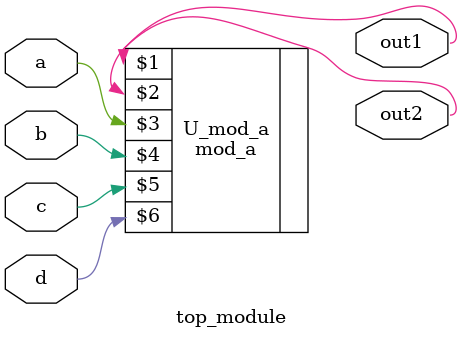
<source format=v>
module top_module ( 
    input a, 
    input b, 
    input c,
    input d,
    output out1,
    output out2
);
    
    mod_a U_mod_a(out1,out2,a,b,c,d);

endmodule
</source>
